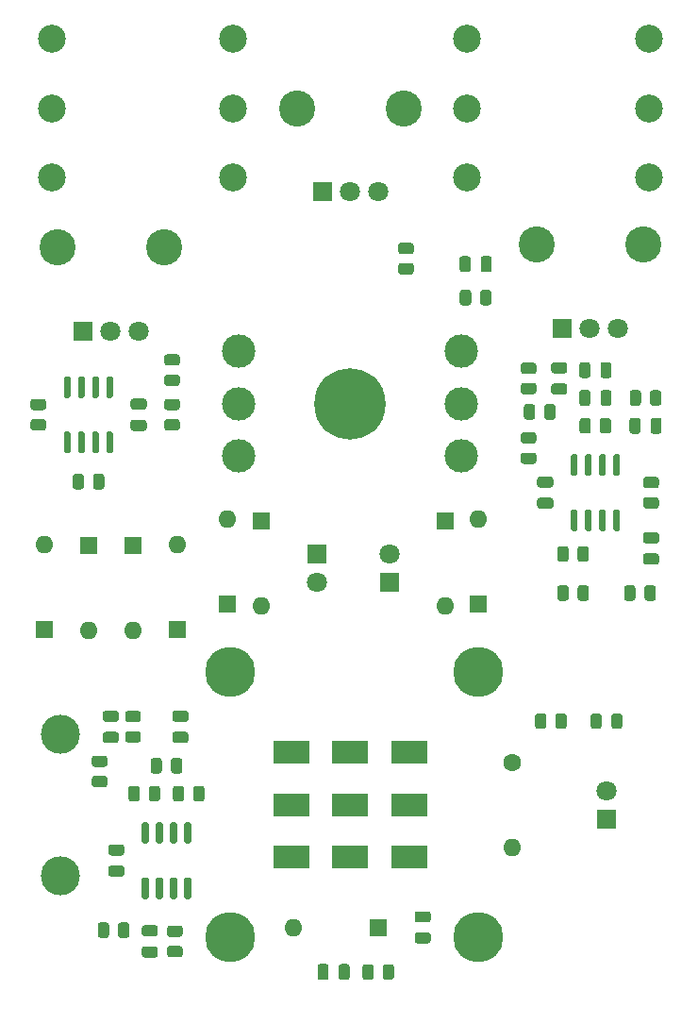
<source format=gbr>
%TF.GenerationSoftware,KiCad,Pcbnew,(5.1.10-1-10_14)*%
%TF.CreationDate,2021-10-01T16:43:39+02:00*%
%TF.ProjectId,Guitarpedal,47756974-6172-4706-9564-616c2e6b6963,rev?*%
%TF.SameCoordinates,Original*%
%TF.FileFunction,Soldermask,Top*%
%TF.FilePolarity,Negative*%
%FSLAX46Y46*%
G04 Gerber Fmt 4.6, Leading zero omitted, Abs format (unit mm)*
G04 Created by KiCad (PCBNEW (5.1.10-1-10_14)) date 2021-10-01 16:43:39*
%MOMM*%
%LPD*%
G01*
G04 APERTURE LIST*
%ADD10C,3.000000*%
%ADD11C,4.500000*%
%ADD12C,3.500000*%
%ADD13R,1.600000X1.600000*%
%ADD14O,1.600000X1.600000*%
%ADD15R,1.800000X1.800000*%
%ADD16C,1.800000*%
%ADD17C,0.800000*%
%ADD18C,6.400000*%
%ADD19C,2.500000*%
%ADD20C,1.600000*%
%ADD21C,3.240000*%
%ADD22R,3.200000X2.000000*%
G04 APERTURE END LIST*
%TO.C,R25*%
G36*
G01*
X35450001Y66400000D02*
X34549999Y66400000D01*
G75*
G02*
X34300000Y66649999I0J249999D01*
G01*
X34300000Y67175001D01*
G75*
G02*
X34549999Y67425000I249999J0D01*
G01*
X35450001Y67425000D01*
G75*
G02*
X35700000Y67175001I0J-249999D01*
G01*
X35700000Y66649999D01*
G75*
G02*
X35450001Y66400000I-249999J0D01*
G01*
G37*
G36*
G01*
X35450001Y64575000D02*
X34549999Y64575000D01*
G75*
G02*
X34300000Y64824999I0J249999D01*
G01*
X34300000Y65350001D01*
G75*
G02*
X34549999Y65600000I249999J0D01*
G01*
X35450001Y65600000D01*
G75*
G02*
X35700000Y65350001I0J-249999D01*
G01*
X35700000Y64824999D01*
G75*
G02*
X35450001Y64575000I-249999J0D01*
G01*
G37*
%TD*%
D10*
%TO.C,SW2*%
X20000000Y57700000D03*
X20000000Y53000000D03*
X20000000Y48300000D03*
%TD*%
%TO.C,SW1*%
X40000000Y57700000D03*
X40000000Y53000000D03*
X40000000Y48300000D03*
%TD*%
D11*
%TO.C,BT1*%
X41470000Y28915000D03*
X41470000Y5085000D03*
X19240000Y28915000D03*
X19240000Y5085000D03*
D12*
X4000000Y10650000D03*
X4000000Y23350000D03*
%TD*%
%TO.C,C1*%
G36*
G01*
X36975000Y4550000D02*
X36025000Y4550000D01*
G75*
G02*
X35775000Y4800000I0J250000D01*
G01*
X35775000Y5300000D01*
G75*
G02*
X36025000Y5550000I250000J0D01*
G01*
X36975000Y5550000D01*
G75*
G02*
X37225000Y5300000I0J-250000D01*
G01*
X37225000Y4800000D01*
G75*
G02*
X36975000Y4550000I-250000J0D01*
G01*
G37*
G36*
G01*
X36975000Y6450000D02*
X36025000Y6450000D01*
G75*
G02*
X35775000Y6700000I0J250000D01*
G01*
X35775000Y7200000D01*
G75*
G02*
X36025000Y7450000I250000J0D01*
G01*
X36975000Y7450000D01*
G75*
G02*
X37225000Y7200000I0J-250000D01*
G01*
X37225000Y6700000D01*
G75*
G02*
X36975000Y6450000I-250000J0D01*
G01*
G37*
%TD*%
%TO.C,C2*%
G36*
G01*
X9475000Y12450000D02*
X8525000Y12450000D01*
G75*
G02*
X8275000Y12700000I0J250000D01*
G01*
X8275000Y13200000D01*
G75*
G02*
X8525000Y13450000I250000J0D01*
G01*
X9475000Y13450000D01*
G75*
G02*
X9725000Y13200000I0J-250000D01*
G01*
X9725000Y12700000D01*
G75*
G02*
X9475000Y12450000I-250000J0D01*
G01*
G37*
G36*
G01*
X9475000Y10550000D02*
X8525000Y10550000D01*
G75*
G02*
X8275000Y10800000I0J250000D01*
G01*
X8275000Y11300000D01*
G75*
G02*
X8525000Y11550000I250000J0D01*
G01*
X9475000Y11550000D01*
G75*
G02*
X9725000Y11300000I0J-250000D01*
G01*
X9725000Y10800000D01*
G75*
G02*
X9475000Y10550000I-250000J0D01*
G01*
G37*
%TD*%
%TO.C,C3*%
G36*
G01*
X10525000Y53450000D02*
X11475000Y53450000D01*
G75*
G02*
X11725000Y53200000I0J-250000D01*
G01*
X11725000Y52700000D01*
G75*
G02*
X11475000Y52450000I-250000J0D01*
G01*
X10525000Y52450000D01*
G75*
G02*
X10275000Y52700000I0J250000D01*
G01*
X10275000Y53200000D01*
G75*
G02*
X10525000Y53450000I250000J0D01*
G01*
G37*
G36*
G01*
X10525000Y51550000D02*
X11475000Y51550000D01*
G75*
G02*
X11725000Y51300000I0J-250000D01*
G01*
X11725000Y50800000D01*
G75*
G02*
X11475000Y50550000I-250000J0D01*
G01*
X10525000Y50550000D01*
G75*
G02*
X10275000Y50800000I0J250000D01*
G01*
X10275000Y51300000D01*
G75*
G02*
X10525000Y51550000I250000J0D01*
G01*
G37*
%TD*%
%TO.C,C4*%
G36*
G01*
X47975000Y45450000D02*
X47025000Y45450000D01*
G75*
G02*
X46775000Y45700000I0J250000D01*
G01*
X46775000Y46200000D01*
G75*
G02*
X47025000Y46450000I250000J0D01*
G01*
X47975000Y46450000D01*
G75*
G02*
X48225000Y46200000I0J-250000D01*
G01*
X48225000Y45700000D01*
G75*
G02*
X47975000Y45450000I-250000J0D01*
G01*
G37*
G36*
G01*
X47975000Y43550000D02*
X47025000Y43550000D01*
G75*
G02*
X46775000Y43800000I0J250000D01*
G01*
X46775000Y44300000D01*
G75*
G02*
X47025000Y44550000I250000J0D01*
G01*
X47975000Y44550000D01*
G75*
G02*
X48225000Y44300000I0J-250000D01*
G01*
X48225000Y43800000D01*
G75*
G02*
X47975000Y43550000I-250000J0D01*
G01*
G37*
%TD*%
%TO.C,C6*%
G36*
G01*
X12475000Y3300000D02*
X11525000Y3300000D01*
G75*
G02*
X11275000Y3550000I0J250000D01*
G01*
X11275000Y4050000D01*
G75*
G02*
X11525000Y4300000I250000J0D01*
G01*
X12475000Y4300000D01*
G75*
G02*
X12725000Y4050000I0J-250000D01*
G01*
X12725000Y3550000D01*
G75*
G02*
X12475000Y3300000I-250000J0D01*
G01*
G37*
G36*
G01*
X12475000Y5200000D02*
X11525000Y5200000D01*
G75*
G02*
X11275000Y5450000I0J250000D01*
G01*
X11275000Y5950000D01*
G75*
G02*
X11525000Y6200000I250000J0D01*
G01*
X12475000Y6200000D01*
G75*
G02*
X12725000Y5950000I0J-250000D01*
G01*
X12725000Y5450000D01*
G75*
G02*
X12475000Y5200000I-250000J0D01*
G01*
G37*
%TD*%
%TO.C,C7*%
G36*
G01*
X27050000Y1525000D02*
X27050000Y2475000D01*
G75*
G02*
X27300000Y2725000I250000J0D01*
G01*
X27800000Y2725000D01*
G75*
G02*
X28050000Y2475000I0J-250000D01*
G01*
X28050000Y1525000D01*
G75*
G02*
X27800000Y1275000I-250000J0D01*
G01*
X27300000Y1275000D01*
G75*
G02*
X27050000Y1525000I0J250000D01*
G01*
G37*
G36*
G01*
X28950000Y1525000D02*
X28950000Y2475000D01*
G75*
G02*
X29200000Y2725000I250000J0D01*
G01*
X29700000Y2725000D01*
G75*
G02*
X29950000Y2475000I0J-250000D01*
G01*
X29950000Y1525000D01*
G75*
G02*
X29700000Y1275000I-250000J0D01*
G01*
X29200000Y1275000D01*
G75*
G02*
X28950000Y1525000I0J250000D01*
G01*
G37*
%TD*%
%TO.C,C8*%
G36*
G01*
X48275000Y54800000D02*
X49225000Y54800000D01*
G75*
G02*
X49475000Y54550000I0J-250000D01*
G01*
X49475000Y54050000D01*
G75*
G02*
X49225000Y53800000I-250000J0D01*
G01*
X48275000Y53800000D01*
G75*
G02*
X48025000Y54050000I0J250000D01*
G01*
X48025000Y54550000D01*
G75*
G02*
X48275000Y54800000I250000J0D01*
G01*
G37*
G36*
G01*
X48275000Y56700000D02*
X49225000Y56700000D01*
G75*
G02*
X49475000Y56450000I0J-250000D01*
G01*
X49475000Y55950000D01*
G75*
G02*
X49225000Y55700000I-250000J0D01*
G01*
X48275000Y55700000D01*
G75*
G02*
X48025000Y55950000I0J250000D01*
G01*
X48025000Y56450000D01*
G75*
G02*
X48275000Y56700000I250000J0D01*
G01*
G37*
%TD*%
%TO.C,C9*%
G36*
G01*
X14275000Y25450000D02*
X15225000Y25450000D01*
G75*
G02*
X15475000Y25200000I0J-250000D01*
G01*
X15475000Y24700000D01*
G75*
G02*
X15225000Y24450000I-250000J0D01*
G01*
X14275000Y24450000D01*
G75*
G02*
X14025000Y24700000I0J250000D01*
G01*
X14025000Y25200000D01*
G75*
G02*
X14275000Y25450000I250000J0D01*
G01*
G37*
G36*
G01*
X14275000Y23550000D02*
X15225000Y23550000D01*
G75*
G02*
X15475000Y23300000I0J-250000D01*
G01*
X15475000Y22800000D01*
G75*
G02*
X15225000Y22550000I-250000J0D01*
G01*
X14275000Y22550000D01*
G75*
G02*
X14025000Y22800000I0J250000D01*
G01*
X14025000Y23300000D01*
G75*
G02*
X14275000Y23550000I250000J0D01*
G01*
G37*
%TD*%
%TO.C,C10*%
G36*
G01*
X8025000Y23550000D02*
X8975000Y23550000D01*
G75*
G02*
X9225000Y23300000I0J-250000D01*
G01*
X9225000Y22800000D01*
G75*
G02*
X8975000Y22550000I-250000J0D01*
G01*
X8025000Y22550000D01*
G75*
G02*
X7775000Y22800000I0J250000D01*
G01*
X7775000Y23300000D01*
G75*
G02*
X8025000Y23550000I250000J0D01*
G01*
G37*
G36*
G01*
X8025000Y25450000D02*
X8975000Y25450000D01*
G75*
G02*
X9225000Y25200000I0J-250000D01*
G01*
X9225000Y24700000D01*
G75*
G02*
X8975000Y24450000I-250000J0D01*
G01*
X8025000Y24450000D01*
G75*
G02*
X7775000Y24700000I0J250000D01*
G01*
X7775000Y25200000D01*
G75*
G02*
X8025000Y25450000I250000J0D01*
G01*
G37*
%TD*%
%TO.C,C11*%
G36*
G01*
X57475000Y38550000D02*
X56525000Y38550000D01*
G75*
G02*
X56275000Y38800000I0J250000D01*
G01*
X56275000Y39300000D01*
G75*
G02*
X56525000Y39550000I250000J0D01*
G01*
X57475000Y39550000D01*
G75*
G02*
X57725000Y39300000I0J-250000D01*
G01*
X57725000Y38800000D01*
G75*
G02*
X57475000Y38550000I-250000J0D01*
G01*
G37*
G36*
G01*
X57475000Y40450000D02*
X56525000Y40450000D01*
G75*
G02*
X56275000Y40700000I0J250000D01*
G01*
X56275000Y41200000D01*
G75*
G02*
X56525000Y41450000I250000J0D01*
G01*
X57475000Y41450000D01*
G75*
G02*
X57725000Y41200000I0J-250000D01*
G01*
X57725000Y40700000D01*
G75*
G02*
X57475000Y40450000I-250000J0D01*
G01*
G37*
%TD*%
%TO.C,C12*%
G36*
G01*
X52450000Y53025000D02*
X52450000Y53975000D01*
G75*
G02*
X52700000Y54225000I250000J0D01*
G01*
X53200000Y54225000D01*
G75*
G02*
X53450000Y53975000I0J-250000D01*
G01*
X53450000Y53025000D01*
G75*
G02*
X53200000Y52775000I-250000J0D01*
G01*
X52700000Y52775000D01*
G75*
G02*
X52450000Y53025000I0J250000D01*
G01*
G37*
G36*
G01*
X50550000Y53025000D02*
X50550000Y53975000D01*
G75*
G02*
X50800000Y54225000I250000J0D01*
G01*
X51300000Y54225000D01*
G75*
G02*
X51550000Y53975000I0J-250000D01*
G01*
X51550000Y53025000D01*
G75*
G02*
X51300000Y52775000I-250000J0D01*
G01*
X50800000Y52775000D01*
G75*
G02*
X50550000Y53025000I0J250000D01*
G01*
G37*
%TD*%
%TO.C,C13*%
G36*
G01*
X51550000Y56475000D02*
X51550000Y55525000D01*
G75*
G02*
X51300000Y55275000I-250000J0D01*
G01*
X50800000Y55275000D01*
G75*
G02*
X50550000Y55525000I0J250000D01*
G01*
X50550000Y56475000D01*
G75*
G02*
X50800000Y56725000I250000J0D01*
G01*
X51300000Y56725000D01*
G75*
G02*
X51550000Y56475000I0J-250000D01*
G01*
G37*
G36*
G01*
X53450000Y56475000D02*
X53450000Y55525000D01*
G75*
G02*
X53200000Y55275000I-250000J0D01*
G01*
X52700000Y55275000D01*
G75*
G02*
X52450000Y55525000I0J250000D01*
G01*
X52450000Y56475000D01*
G75*
G02*
X52700000Y56725000I250000J0D01*
G01*
X53200000Y56725000D01*
G75*
G02*
X53450000Y56475000I0J-250000D01*
G01*
G37*
%TD*%
%TO.C,C14*%
G36*
G01*
X40800000Y65975000D02*
X40800000Y65025000D01*
G75*
G02*
X40550000Y64775000I-250000J0D01*
G01*
X40050000Y64775000D01*
G75*
G02*
X39800000Y65025000I0J250000D01*
G01*
X39800000Y65975000D01*
G75*
G02*
X40050000Y66225000I250000J0D01*
G01*
X40550000Y66225000D01*
G75*
G02*
X40800000Y65975000I0J-250000D01*
G01*
G37*
G36*
G01*
X42700000Y65975000D02*
X42700000Y65025000D01*
G75*
G02*
X42450000Y64775000I-250000J0D01*
G01*
X41950000Y64775000D01*
G75*
G02*
X41700000Y65025000I0J250000D01*
G01*
X41700000Y65975000D01*
G75*
G02*
X41950000Y66225000I250000J0D01*
G01*
X42450000Y66225000D01*
G75*
G02*
X42700000Y65975000I0J-250000D01*
G01*
G37*
%TD*%
%TO.C,C15*%
G36*
G01*
X57950000Y51475000D02*
X57950000Y50525000D01*
G75*
G02*
X57700000Y50275000I-250000J0D01*
G01*
X57200000Y50275000D01*
G75*
G02*
X56950000Y50525000I0J250000D01*
G01*
X56950000Y51475000D01*
G75*
G02*
X57200000Y51725000I250000J0D01*
G01*
X57700000Y51725000D01*
G75*
G02*
X57950000Y51475000I0J-250000D01*
G01*
G37*
G36*
G01*
X56050000Y51475000D02*
X56050000Y50525000D01*
G75*
G02*
X55800000Y50275000I-250000J0D01*
G01*
X55300000Y50275000D01*
G75*
G02*
X55050000Y50525000I0J250000D01*
G01*
X55050000Y51475000D01*
G75*
G02*
X55300000Y51725000I250000J0D01*
G01*
X55800000Y51725000D01*
G75*
G02*
X56050000Y51475000I0J-250000D01*
G01*
G37*
%TD*%
D13*
%TO.C,D1*%
X32500000Y6000000D03*
D14*
X24880000Y6000000D03*
%TD*%
%TO.C,D2*%
G36*
G01*
X54425000Y24956250D02*
X54425000Y24043750D01*
G75*
G02*
X54181250Y23800000I-243750J0D01*
G01*
X53693750Y23800000D01*
G75*
G02*
X53450000Y24043750I0J243750D01*
G01*
X53450000Y24956250D01*
G75*
G02*
X53693750Y25200000I243750J0D01*
G01*
X54181250Y25200000D01*
G75*
G02*
X54425000Y24956250I0J-243750D01*
G01*
G37*
G36*
G01*
X52550000Y24956250D02*
X52550000Y24043750D01*
G75*
G02*
X52306250Y23800000I-243750J0D01*
G01*
X51818750Y23800000D01*
G75*
G02*
X51575000Y24043750I0J243750D01*
G01*
X51575000Y24956250D01*
G75*
G02*
X51818750Y25200000I243750J0D01*
G01*
X52306250Y25200000D01*
G75*
G02*
X52550000Y24956250I0J-243750D01*
G01*
G37*
%TD*%
D13*
%TO.C,D3*%
X22000000Y42500000D03*
D14*
X22000000Y34880000D03*
%TD*%
%TO.C,D4*%
X19000000Y42620000D03*
D13*
X19000000Y35000000D03*
%TD*%
%TO.C,D5*%
X38500000Y42500000D03*
D14*
X38500000Y34880000D03*
%TD*%
%TO.C,D6*%
X41500000Y42620000D03*
D13*
X41500000Y35000000D03*
%TD*%
D15*
%TO.C,D7*%
X27000000Y39500000D03*
D16*
X27000000Y36960000D03*
%TD*%
%TO.C,D8*%
X33500000Y39540000D03*
D15*
X33500000Y37000000D03*
%TD*%
D14*
%TO.C,D9*%
X2500000Y40370000D03*
D13*
X2500000Y32750000D03*
%TD*%
%TO.C,D10*%
X6500000Y40250000D03*
D14*
X6500000Y32630000D03*
%TD*%
%TO.C,D11*%
X10500000Y32630000D03*
D13*
X10500000Y40250000D03*
%TD*%
%TO.C,D12*%
X14500000Y32750000D03*
D14*
X14500000Y40370000D03*
%TD*%
D17*
%TO.C,H1*%
X31697056Y54697056D03*
X30000000Y55400000D03*
X28302944Y54697056D03*
X27600000Y53000000D03*
X28302944Y51302944D03*
X30000000Y50600000D03*
X31697056Y51302944D03*
X32400000Y53000000D03*
D18*
X30000000Y53000000D03*
%TD*%
D19*
%TO.C,J1*%
X19500000Y79500000D03*
X3200000Y79500000D03*
X3200000Y85750000D03*
X3200000Y73250000D03*
X19500000Y73250000D03*
X19500000Y85750000D03*
%TD*%
%TO.C,J2*%
X56800000Y85750000D03*
X56800000Y73250000D03*
X40500000Y73250000D03*
X40500000Y85750000D03*
X40500000Y79500000D03*
X56800000Y79500000D03*
%TD*%
%TO.C,R1*%
G36*
G01*
X48400000Y24049998D02*
X48400000Y24950002D01*
G75*
G02*
X48649998Y25200000I249998J0D01*
G01*
X49175002Y25200000D01*
G75*
G02*
X49425000Y24950002I0J-249998D01*
G01*
X49425000Y24049998D01*
G75*
G02*
X49175002Y23800000I-249998J0D01*
G01*
X48649998Y23800000D01*
G75*
G02*
X48400000Y24049998I0J249998D01*
G01*
G37*
G36*
G01*
X46575000Y24049998D02*
X46575000Y24950002D01*
G75*
G02*
X46824998Y25200000I249998J0D01*
G01*
X47350002Y25200000D01*
G75*
G02*
X47600000Y24950002I0J-249998D01*
G01*
X47600000Y24049998D01*
G75*
G02*
X47350002Y23800000I-249998J0D01*
G01*
X46824998Y23800000D01*
G75*
G02*
X46575000Y24049998I0J249998D01*
G01*
G37*
%TD*%
%TO.C,R2*%
G36*
G01*
X9150000Y5299998D02*
X9150000Y6200002D01*
G75*
G02*
X9399998Y6450000I249998J0D01*
G01*
X9925002Y6450000D01*
G75*
G02*
X10175000Y6200002I0J-249998D01*
G01*
X10175000Y5299998D01*
G75*
G02*
X9925002Y5050000I-249998J0D01*
G01*
X9399998Y5050000D01*
G75*
G02*
X9150000Y5299998I0J249998D01*
G01*
G37*
G36*
G01*
X7325000Y5299998D02*
X7325000Y6200002D01*
G75*
G02*
X7574998Y6450000I249998J0D01*
G01*
X8100002Y6450000D01*
G75*
G02*
X8350000Y6200002I0J-249998D01*
G01*
X8350000Y5299998D01*
G75*
G02*
X8100002Y5050000I-249998J0D01*
G01*
X7574998Y5050000D01*
G75*
G02*
X7325000Y5299998I0J249998D01*
G01*
G37*
%TD*%
%TO.C,R3*%
G36*
G01*
X13799998Y6175000D02*
X14700002Y6175000D01*
G75*
G02*
X14950000Y5925002I0J-249998D01*
G01*
X14950000Y5399998D01*
G75*
G02*
X14700002Y5150000I-249998J0D01*
G01*
X13799998Y5150000D01*
G75*
G02*
X13550000Y5399998I0J249998D01*
G01*
X13550000Y5925002D01*
G75*
G02*
X13799998Y6175000I249998J0D01*
G01*
G37*
G36*
G01*
X13799998Y4350000D02*
X14700002Y4350000D01*
G75*
G02*
X14950000Y4100002I0J-249998D01*
G01*
X14950000Y3574998D01*
G75*
G02*
X14700002Y3325000I-249998J0D01*
G01*
X13799998Y3325000D01*
G75*
G02*
X13550000Y3574998I0J249998D01*
G01*
X13550000Y4100002D01*
G75*
G02*
X13799998Y4350000I249998J0D01*
G01*
G37*
%TD*%
%TO.C,R4*%
G36*
G01*
X11100000Y18450002D02*
X11100000Y17549998D01*
G75*
G02*
X10850002Y17300000I-249998J0D01*
G01*
X10324998Y17300000D01*
G75*
G02*
X10075000Y17549998I0J249998D01*
G01*
X10075000Y18450002D01*
G75*
G02*
X10324998Y18700000I249998J0D01*
G01*
X10850002Y18700000D01*
G75*
G02*
X11100000Y18450002I0J-249998D01*
G01*
G37*
G36*
G01*
X12925000Y18450002D02*
X12925000Y17549998D01*
G75*
G02*
X12675002Y17300000I-249998J0D01*
G01*
X12149998Y17300000D01*
G75*
G02*
X11900000Y17549998I0J249998D01*
G01*
X11900000Y18450002D01*
G75*
G02*
X12149998Y18700000I249998J0D01*
G01*
X12675002Y18700000D01*
G75*
G02*
X12925000Y18450002I0J-249998D01*
G01*
G37*
%TD*%
%TO.C,R5*%
G36*
G01*
X46450002Y55650000D02*
X45549998Y55650000D01*
G75*
G02*
X45300000Y55899998I0J249998D01*
G01*
X45300000Y56425002D01*
G75*
G02*
X45549998Y56675000I249998J0D01*
G01*
X46450002Y56675000D01*
G75*
G02*
X46700000Y56425002I0J-249998D01*
G01*
X46700000Y55899998D01*
G75*
G02*
X46450002Y55650000I-249998J0D01*
G01*
G37*
G36*
G01*
X46450002Y53825000D02*
X45549998Y53825000D01*
G75*
G02*
X45300000Y54074998I0J249998D01*
G01*
X45300000Y54600002D01*
G75*
G02*
X45549998Y54850000I249998J0D01*
G01*
X46450002Y54850000D01*
G75*
G02*
X46700000Y54600002I0J-249998D01*
G01*
X46700000Y54074998D01*
G75*
G02*
X46450002Y53825000I-249998J0D01*
G01*
G37*
%TD*%
%TO.C,R6*%
G36*
G01*
X45575000Y51799998D02*
X45575000Y52700002D01*
G75*
G02*
X45824998Y52950000I249998J0D01*
G01*
X46350002Y52950000D01*
G75*
G02*
X46600000Y52700002I0J-249998D01*
G01*
X46600000Y51799998D01*
G75*
G02*
X46350002Y51550000I-249998J0D01*
G01*
X45824998Y51550000D01*
G75*
G02*
X45575000Y51799998I0J249998D01*
G01*
G37*
G36*
G01*
X47400000Y51799998D02*
X47400000Y52700002D01*
G75*
G02*
X47649998Y52950000I249998J0D01*
G01*
X48175002Y52950000D01*
G75*
G02*
X48425000Y52700002I0J-249998D01*
G01*
X48425000Y51799998D01*
G75*
G02*
X48175002Y51550000I-249998J0D01*
G01*
X47649998Y51550000D01*
G75*
G02*
X47400000Y51799998I0J249998D01*
G01*
G37*
%TD*%
%TO.C,R7*%
G36*
G01*
X12075000Y20049998D02*
X12075000Y20950002D01*
G75*
G02*
X12324998Y21200000I249998J0D01*
G01*
X12850002Y21200000D01*
G75*
G02*
X13100000Y20950002I0J-249998D01*
G01*
X13100000Y20049998D01*
G75*
G02*
X12850002Y19800000I-249998J0D01*
G01*
X12324998Y19800000D01*
G75*
G02*
X12075000Y20049998I0J249998D01*
G01*
G37*
G36*
G01*
X13900000Y20049998D02*
X13900000Y20950002D01*
G75*
G02*
X14149998Y21200000I249998J0D01*
G01*
X14675002Y21200000D01*
G75*
G02*
X14925000Y20950002I0J-249998D01*
G01*
X14925000Y20049998D01*
G75*
G02*
X14675002Y19800000I-249998J0D01*
G01*
X14149998Y19800000D01*
G75*
G02*
X13900000Y20049998I0J249998D01*
G01*
G37*
%TD*%
%TO.C,R8*%
G36*
G01*
X16925000Y18450002D02*
X16925000Y17549998D01*
G75*
G02*
X16675002Y17300000I-249998J0D01*
G01*
X16149998Y17300000D01*
G75*
G02*
X15900000Y17549998I0J249998D01*
G01*
X15900000Y18450002D01*
G75*
G02*
X16149998Y18700000I249998J0D01*
G01*
X16675002Y18700000D01*
G75*
G02*
X16925000Y18450002I0J-249998D01*
G01*
G37*
G36*
G01*
X15100000Y18450002D02*
X15100000Y17549998D01*
G75*
G02*
X14850002Y17300000I-249998J0D01*
G01*
X14324998Y17300000D01*
G75*
G02*
X14075000Y17549998I0J249998D01*
G01*
X14075000Y18450002D01*
G75*
G02*
X14324998Y18700000I249998J0D01*
G01*
X14850002Y18700000D01*
G75*
G02*
X15100000Y18450002I0J-249998D01*
G01*
G37*
%TD*%
%TO.C,R9*%
G36*
G01*
X7950002Y20400000D02*
X7049998Y20400000D01*
G75*
G02*
X6800000Y20649998I0J249998D01*
G01*
X6800000Y21175002D01*
G75*
G02*
X7049998Y21425000I249998J0D01*
G01*
X7950002Y21425000D01*
G75*
G02*
X8200000Y21175002I0J-249998D01*
G01*
X8200000Y20649998D01*
G75*
G02*
X7950002Y20400000I-249998J0D01*
G01*
G37*
G36*
G01*
X7950002Y18575000D02*
X7049998Y18575000D01*
G75*
G02*
X6800000Y18824998I0J249998D01*
G01*
X6800000Y19350002D01*
G75*
G02*
X7049998Y19600000I249998J0D01*
G01*
X7950002Y19600000D01*
G75*
G02*
X8200000Y19350002I0J-249998D01*
G01*
X8200000Y18824998D01*
G75*
G02*
X7950002Y18575000I-249998J0D01*
G01*
G37*
%TD*%
%TO.C,R10*%
G36*
G01*
X45549998Y50425000D02*
X46450002Y50425000D01*
G75*
G02*
X46700000Y50175002I0J-249998D01*
G01*
X46700000Y49649998D01*
G75*
G02*
X46450002Y49400000I-249998J0D01*
G01*
X45549998Y49400000D01*
G75*
G02*
X45300000Y49649998I0J249998D01*
G01*
X45300000Y50175002D01*
G75*
G02*
X45549998Y50425000I249998J0D01*
G01*
G37*
G36*
G01*
X45549998Y48600000D02*
X46450002Y48600000D01*
G75*
G02*
X46700000Y48350002I0J-249998D01*
G01*
X46700000Y47824998D01*
G75*
G02*
X46450002Y47575000I-249998J0D01*
G01*
X45549998Y47575000D01*
G75*
G02*
X45300000Y47824998I0J249998D01*
G01*
X45300000Y48350002D01*
G75*
G02*
X45549998Y48600000I249998J0D01*
G01*
G37*
%TD*%
%TO.C,R11*%
G36*
G01*
X31075000Y1549998D02*
X31075000Y2450002D01*
G75*
G02*
X31324998Y2700000I249998J0D01*
G01*
X31850002Y2700000D01*
G75*
G02*
X32100000Y2450002I0J-249998D01*
G01*
X32100000Y1549998D01*
G75*
G02*
X31850002Y1300000I-249998J0D01*
G01*
X31324998Y1300000D01*
G75*
G02*
X31075000Y1549998I0J249998D01*
G01*
G37*
G36*
G01*
X32900000Y1549998D02*
X32900000Y2450002D01*
G75*
G02*
X33149998Y2700000I249998J0D01*
G01*
X33675002Y2700000D01*
G75*
G02*
X33925000Y2450002I0J-249998D01*
G01*
X33925000Y1549998D01*
G75*
G02*
X33675002Y1300000I-249998J0D01*
G01*
X33149998Y1300000D01*
G75*
G02*
X32900000Y1549998I0J249998D01*
G01*
G37*
%TD*%
%TO.C,R12*%
G36*
G01*
X10950002Y24400000D02*
X10049998Y24400000D01*
G75*
G02*
X9800000Y24649998I0J249998D01*
G01*
X9800000Y25175002D01*
G75*
G02*
X10049998Y25425000I249998J0D01*
G01*
X10950002Y25425000D01*
G75*
G02*
X11200000Y25175002I0J-249998D01*
G01*
X11200000Y24649998D01*
G75*
G02*
X10950002Y24400000I-249998J0D01*
G01*
G37*
G36*
G01*
X10950002Y22575000D02*
X10049998Y22575000D01*
G75*
G02*
X9800000Y22824998I0J249998D01*
G01*
X9800000Y23350002D01*
G75*
G02*
X10049998Y23600000I249998J0D01*
G01*
X10950002Y23600000D01*
G75*
G02*
X11200000Y23350002I0J-249998D01*
G01*
X11200000Y22824998D01*
G75*
G02*
X10950002Y22575000I-249998J0D01*
G01*
G37*
%TD*%
%TO.C,R13*%
G36*
G01*
X49600000Y39950002D02*
X49600000Y39049998D01*
G75*
G02*
X49350002Y38800000I-249998J0D01*
G01*
X48824998Y38800000D01*
G75*
G02*
X48575000Y39049998I0J249998D01*
G01*
X48575000Y39950002D01*
G75*
G02*
X48824998Y40200000I249998J0D01*
G01*
X49350002Y40200000D01*
G75*
G02*
X49600000Y39950002I0J-249998D01*
G01*
G37*
G36*
G01*
X51425000Y39950002D02*
X51425000Y39049998D01*
G75*
G02*
X51175002Y38800000I-249998J0D01*
G01*
X50649998Y38800000D01*
G75*
G02*
X50400000Y39049998I0J249998D01*
G01*
X50400000Y39950002D01*
G75*
G02*
X50649998Y40200000I249998J0D01*
G01*
X51175002Y40200000D01*
G75*
G02*
X51425000Y39950002I0J-249998D01*
G01*
G37*
%TD*%
%TO.C,R14*%
G36*
G01*
X48575000Y35549998D02*
X48575000Y36450002D01*
G75*
G02*
X48824998Y36700000I249998J0D01*
G01*
X49350002Y36700000D01*
G75*
G02*
X49600000Y36450002I0J-249998D01*
G01*
X49600000Y35549998D01*
G75*
G02*
X49350002Y35300000I-249998J0D01*
G01*
X48824998Y35300000D01*
G75*
G02*
X48575000Y35549998I0J249998D01*
G01*
G37*
G36*
G01*
X50400000Y35549998D02*
X50400000Y36450002D01*
G75*
G02*
X50649998Y36700000I249998J0D01*
G01*
X51175002Y36700000D01*
G75*
G02*
X51425000Y36450002I0J-249998D01*
G01*
X51425000Y35549998D01*
G75*
G02*
X51175002Y35300000I-249998J0D01*
G01*
X50649998Y35300000D01*
G75*
G02*
X50400000Y35549998I0J249998D01*
G01*
G37*
%TD*%
%TO.C,R15*%
G36*
G01*
X13549998Y55600000D02*
X14450002Y55600000D01*
G75*
G02*
X14700000Y55350002I0J-249998D01*
G01*
X14700000Y54824998D01*
G75*
G02*
X14450002Y54575000I-249998J0D01*
G01*
X13549998Y54575000D01*
G75*
G02*
X13300000Y54824998I0J249998D01*
G01*
X13300000Y55350002D01*
G75*
G02*
X13549998Y55600000I249998J0D01*
G01*
G37*
G36*
G01*
X13549998Y57425000D02*
X14450002Y57425000D01*
G75*
G02*
X14700000Y57175002I0J-249998D01*
G01*
X14700000Y56649998D01*
G75*
G02*
X14450002Y56400000I-249998J0D01*
G01*
X13549998Y56400000D01*
G75*
G02*
X13300000Y56649998I0J249998D01*
G01*
X13300000Y57175002D01*
G75*
G02*
X13549998Y57425000I249998J0D01*
G01*
G37*
%TD*%
%TO.C,R16*%
G36*
G01*
X2450002Y52400000D02*
X1549998Y52400000D01*
G75*
G02*
X1300000Y52649998I0J249998D01*
G01*
X1300000Y53175002D01*
G75*
G02*
X1549998Y53425000I249998J0D01*
G01*
X2450002Y53425000D01*
G75*
G02*
X2700000Y53175002I0J-249998D01*
G01*
X2700000Y52649998D01*
G75*
G02*
X2450002Y52400000I-249998J0D01*
G01*
G37*
G36*
G01*
X2450002Y50575000D02*
X1549998Y50575000D01*
G75*
G02*
X1300000Y50824998I0J249998D01*
G01*
X1300000Y51350002D01*
G75*
G02*
X1549998Y51600000I249998J0D01*
G01*
X2450002Y51600000D01*
G75*
G02*
X2700000Y51350002I0J-249998D01*
G01*
X2700000Y50824998D01*
G75*
G02*
X2450002Y50575000I-249998J0D01*
G01*
G37*
%TD*%
%TO.C,R17*%
G36*
G01*
X56549998Y46425000D02*
X57450002Y46425000D01*
G75*
G02*
X57700000Y46175002I0J-249998D01*
G01*
X57700000Y45649998D01*
G75*
G02*
X57450002Y45400000I-249998J0D01*
G01*
X56549998Y45400000D01*
G75*
G02*
X56300000Y45649998I0J249998D01*
G01*
X56300000Y46175002D01*
G75*
G02*
X56549998Y46425000I249998J0D01*
G01*
G37*
G36*
G01*
X56549998Y44600000D02*
X57450002Y44600000D01*
G75*
G02*
X57700000Y44350002I0J-249998D01*
G01*
X57700000Y43824998D01*
G75*
G02*
X57450002Y43575000I-249998J0D01*
G01*
X56549998Y43575000D01*
G75*
G02*
X56300000Y43824998I0J249998D01*
G01*
X56300000Y44350002D01*
G75*
G02*
X56549998Y44600000I249998J0D01*
G01*
G37*
%TD*%
%TO.C,R18*%
G36*
G01*
X57425000Y36450002D02*
X57425000Y35549998D01*
G75*
G02*
X57175002Y35300000I-249998J0D01*
G01*
X56649998Y35300000D01*
G75*
G02*
X56400000Y35549998I0J249998D01*
G01*
X56400000Y36450002D01*
G75*
G02*
X56649998Y36700000I249998J0D01*
G01*
X57175002Y36700000D01*
G75*
G02*
X57425000Y36450002I0J-249998D01*
G01*
G37*
G36*
G01*
X55600000Y36450002D02*
X55600000Y35549998D01*
G75*
G02*
X55350002Y35300000I-249998J0D01*
G01*
X54824998Y35300000D01*
G75*
G02*
X54575000Y35549998I0J249998D01*
G01*
X54575000Y36450002D01*
G75*
G02*
X54824998Y36700000I249998J0D01*
G01*
X55350002Y36700000D01*
G75*
G02*
X55600000Y36450002I0J-249998D01*
G01*
G37*
%TD*%
%TO.C,R19*%
G36*
G01*
X53425000Y51450002D02*
X53425000Y50549998D01*
G75*
G02*
X53175002Y50300000I-249998J0D01*
G01*
X52649998Y50300000D01*
G75*
G02*
X52400000Y50549998I0J249998D01*
G01*
X52400000Y51450002D01*
G75*
G02*
X52649998Y51700000I249998J0D01*
G01*
X53175002Y51700000D01*
G75*
G02*
X53425000Y51450002I0J-249998D01*
G01*
G37*
G36*
G01*
X51600000Y51450002D02*
X51600000Y50549998D01*
G75*
G02*
X51350002Y50300000I-249998J0D01*
G01*
X50824998Y50300000D01*
G75*
G02*
X50575000Y50549998I0J249998D01*
G01*
X50575000Y51450002D01*
G75*
G02*
X50824998Y51700000I249998J0D01*
G01*
X51350002Y51700000D01*
G75*
G02*
X51600000Y51450002I0J-249998D01*
G01*
G37*
%TD*%
%TO.C,R20*%
G36*
G01*
X5075000Y45549998D02*
X5075000Y46450002D01*
G75*
G02*
X5324998Y46700000I249998J0D01*
G01*
X5850002Y46700000D01*
G75*
G02*
X6100000Y46450002I0J-249998D01*
G01*
X6100000Y45549998D01*
G75*
G02*
X5850002Y45300000I-249998J0D01*
G01*
X5324998Y45300000D01*
G75*
G02*
X5075000Y45549998I0J249998D01*
G01*
G37*
G36*
G01*
X6900000Y45549998D02*
X6900000Y46450002D01*
G75*
G02*
X7149998Y46700000I249998J0D01*
G01*
X7675002Y46700000D01*
G75*
G02*
X7925000Y46450002I0J-249998D01*
G01*
X7925000Y45549998D01*
G75*
G02*
X7675002Y45300000I-249998J0D01*
G01*
X7149998Y45300000D01*
G75*
G02*
X6900000Y45549998I0J249998D01*
G01*
G37*
%TD*%
%TO.C,R21*%
G36*
G01*
X41650000Y62049998D02*
X41650000Y62950002D01*
G75*
G02*
X41899998Y63200000I249998J0D01*
G01*
X42425002Y63200000D01*
G75*
G02*
X42675000Y62950002I0J-249998D01*
G01*
X42675000Y62049998D01*
G75*
G02*
X42425002Y61800000I-249998J0D01*
G01*
X41899998Y61800000D01*
G75*
G02*
X41650000Y62049998I0J249998D01*
G01*
G37*
G36*
G01*
X39825000Y62049998D02*
X39825000Y62950002D01*
G75*
G02*
X40074998Y63200000I249998J0D01*
G01*
X40600002Y63200000D01*
G75*
G02*
X40850000Y62950002I0J-249998D01*
G01*
X40850000Y62049998D01*
G75*
G02*
X40600002Y61800000I-249998J0D01*
G01*
X40074998Y61800000D01*
G75*
G02*
X39825000Y62049998I0J249998D01*
G01*
G37*
%TD*%
%TO.C,R22*%
G36*
G01*
X57925000Y53950002D02*
X57925000Y53049998D01*
G75*
G02*
X57675002Y52800000I-249998J0D01*
G01*
X57149998Y52800000D01*
G75*
G02*
X56900000Y53049998I0J249998D01*
G01*
X56900000Y53950002D01*
G75*
G02*
X57149998Y54200000I249998J0D01*
G01*
X57675002Y54200000D01*
G75*
G02*
X57925000Y53950002I0J-249998D01*
G01*
G37*
G36*
G01*
X56100000Y53950002D02*
X56100000Y53049998D01*
G75*
G02*
X55850002Y52800000I-249998J0D01*
G01*
X55324998Y52800000D01*
G75*
G02*
X55075000Y53049998I0J249998D01*
G01*
X55075000Y53950002D01*
G75*
G02*
X55324998Y54200000I249998J0D01*
G01*
X55850002Y54200000D01*
G75*
G02*
X56100000Y53950002I0J-249998D01*
G01*
G37*
%TD*%
%TO.C,R23*%
G36*
G01*
X13549998Y51600000D02*
X14450002Y51600000D01*
G75*
G02*
X14700000Y51350002I0J-249998D01*
G01*
X14700000Y50824998D01*
G75*
G02*
X14450002Y50575000I-249998J0D01*
G01*
X13549998Y50575000D01*
G75*
G02*
X13300000Y50824998I0J249998D01*
G01*
X13300000Y51350002D01*
G75*
G02*
X13549998Y51600000I249998J0D01*
G01*
G37*
G36*
G01*
X13549998Y53425000D02*
X14450002Y53425000D01*
G75*
G02*
X14700000Y53175002I0J-249998D01*
G01*
X14700000Y52649998D01*
G75*
G02*
X14450002Y52400000I-249998J0D01*
G01*
X13549998Y52400000D01*
G75*
G02*
X13300000Y52649998I0J249998D01*
G01*
X13300000Y53175002D01*
G75*
G02*
X13549998Y53425000I249998J0D01*
G01*
G37*
%TD*%
D20*
%TO.C,R24*%
X44500000Y20750000D03*
D14*
X44500000Y13130000D03*
%TD*%
D15*
%TO.C,RV1*%
X6000000Y59500000D03*
D16*
X8500000Y59500000D03*
X11000000Y59500000D03*
D21*
X13300000Y67000000D03*
X3700000Y67000000D03*
%TD*%
D15*
%TO.C,RV2*%
X27500000Y72000000D03*
D16*
X30000000Y72000000D03*
X32500000Y72000000D03*
D21*
X34800000Y79500000D03*
X25200000Y79500000D03*
%TD*%
%TO.C,RV3*%
X46700000Y67250000D03*
X56300000Y67250000D03*
D16*
X54000000Y59750000D03*
X51500000Y59750000D03*
D15*
X49000000Y59750000D03*
%TD*%
%TO.C,U1*%
G36*
G01*
X11745000Y13500000D02*
X11445000Y13500000D01*
G75*
G02*
X11295000Y13650000I0J150000D01*
G01*
X11295000Y15300000D01*
G75*
G02*
X11445000Y15450000I150000J0D01*
G01*
X11745000Y15450000D01*
G75*
G02*
X11895000Y15300000I0J-150000D01*
G01*
X11895000Y13650000D01*
G75*
G02*
X11745000Y13500000I-150000J0D01*
G01*
G37*
G36*
G01*
X13015000Y13500000D02*
X12715000Y13500000D01*
G75*
G02*
X12565000Y13650000I0J150000D01*
G01*
X12565000Y15300000D01*
G75*
G02*
X12715000Y15450000I150000J0D01*
G01*
X13015000Y15450000D01*
G75*
G02*
X13165000Y15300000I0J-150000D01*
G01*
X13165000Y13650000D01*
G75*
G02*
X13015000Y13500000I-150000J0D01*
G01*
G37*
G36*
G01*
X14285000Y13500000D02*
X13985000Y13500000D01*
G75*
G02*
X13835000Y13650000I0J150000D01*
G01*
X13835000Y15300000D01*
G75*
G02*
X13985000Y15450000I150000J0D01*
G01*
X14285000Y15450000D01*
G75*
G02*
X14435000Y15300000I0J-150000D01*
G01*
X14435000Y13650000D01*
G75*
G02*
X14285000Y13500000I-150000J0D01*
G01*
G37*
G36*
G01*
X15555000Y13500000D02*
X15255000Y13500000D01*
G75*
G02*
X15105000Y13650000I0J150000D01*
G01*
X15105000Y15300000D01*
G75*
G02*
X15255000Y15450000I150000J0D01*
G01*
X15555000Y15450000D01*
G75*
G02*
X15705000Y15300000I0J-150000D01*
G01*
X15705000Y13650000D01*
G75*
G02*
X15555000Y13500000I-150000J0D01*
G01*
G37*
G36*
G01*
X15555000Y8550000D02*
X15255000Y8550000D01*
G75*
G02*
X15105000Y8700000I0J150000D01*
G01*
X15105000Y10350000D01*
G75*
G02*
X15255000Y10500000I150000J0D01*
G01*
X15555000Y10500000D01*
G75*
G02*
X15705000Y10350000I0J-150000D01*
G01*
X15705000Y8700000D01*
G75*
G02*
X15555000Y8550000I-150000J0D01*
G01*
G37*
G36*
G01*
X14285000Y8550000D02*
X13985000Y8550000D01*
G75*
G02*
X13835000Y8700000I0J150000D01*
G01*
X13835000Y10350000D01*
G75*
G02*
X13985000Y10500000I150000J0D01*
G01*
X14285000Y10500000D01*
G75*
G02*
X14435000Y10350000I0J-150000D01*
G01*
X14435000Y8700000D01*
G75*
G02*
X14285000Y8550000I-150000J0D01*
G01*
G37*
G36*
G01*
X13015000Y8550000D02*
X12715000Y8550000D01*
G75*
G02*
X12565000Y8700000I0J150000D01*
G01*
X12565000Y10350000D01*
G75*
G02*
X12715000Y10500000I150000J0D01*
G01*
X13015000Y10500000D01*
G75*
G02*
X13165000Y10350000I0J-150000D01*
G01*
X13165000Y8700000D01*
G75*
G02*
X13015000Y8550000I-150000J0D01*
G01*
G37*
G36*
G01*
X11745000Y8550000D02*
X11445000Y8550000D01*
G75*
G02*
X11295000Y8700000I0J150000D01*
G01*
X11295000Y10350000D01*
G75*
G02*
X11445000Y10500000I150000J0D01*
G01*
X11745000Y10500000D01*
G75*
G02*
X11895000Y10350000I0J-150000D01*
G01*
X11895000Y8700000D01*
G75*
G02*
X11745000Y8550000I-150000J0D01*
G01*
G37*
%TD*%
%TO.C,U2*%
G36*
G01*
X8255000Y55450000D02*
X8555000Y55450000D01*
G75*
G02*
X8705000Y55300000I0J-150000D01*
G01*
X8705000Y53650000D01*
G75*
G02*
X8555000Y53500000I-150000J0D01*
G01*
X8255000Y53500000D01*
G75*
G02*
X8105000Y53650000I0J150000D01*
G01*
X8105000Y55300000D01*
G75*
G02*
X8255000Y55450000I150000J0D01*
G01*
G37*
G36*
G01*
X6985000Y55450000D02*
X7285000Y55450000D01*
G75*
G02*
X7435000Y55300000I0J-150000D01*
G01*
X7435000Y53650000D01*
G75*
G02*
X7285000Y53500000I-150000J0D01*
G01*
X6985000Y53500000D01*
G75*
G02*
X6835000Y53650000I0J150000D01*
G01*
X6835000Y55300000D01*
G75*
G02*
X6985000Y55450000I150000J0D01*
G01*
G37*
G36*
G01*
X5715000Y55450000D02*
X6015000Y55450000D01*
G75*
G02*
X6165000Y55300000I0J-150000D01*
G01*
X6165000Y53650000D01*
G75*
G02*
X6015000Y53500000I-150000J0D01*
G01*
X5715000Y53500000D01*
G75*
G02*
X5565000Y53650000I0J150000D01*
G01*
X5565000Y55300000D01*
G75*
G02*
X5715000Y55450000I150000J0D01*
G01*
G37*
G36*
G01*
X4445000Y55450000D02*
X4745000Y55450000D01*
G75*
G02*
X4895000Y55300000I0J-150000D01*
G01*
X4895000Y53650000D01*
G75*
G02*
X4745000Y53500000I-150000J0D01*
G01*
X4445000Y53500000D01*
G75*
G02*
X4295000Y53650000I0J150000D01*
G01*
X4295000Y55300000D01*
G75*
G02*
X4445000Y55450000I150000J0D01*
G01*
G37*
G36*
G01*
X4445000Y50500000D02*
X4745000Y50500000D01*
G75*
G02*
X4895000Y50350000I0J-150000D01*
G01*
X4895000Y48700000D01*
G75*
G02*
X4745000Y48550000I-150000J0D01*
G01*
X4445000Y48550000D01*
G75*
G02*
X4295000Y48700000I0J150000D01*
G01*
X4295000Y50350000D01*
G75*
G02*
X4445000Y50500000I150000J0D01*
G01*
G37*
G36*
G01*
X5715000Y50500000D02*
X6015000Y50500000D01*
G75*
G02*
X6165000Y50350000I0J-150000D01*
G01*
X6165000Y48700000D01*
G75*
G02*
X6015000Y48550000I-150000J0D01*
G01*
X5715000Y48550000D01*
G75*
G02*
X5565000Y48700000I0J150000D01*
G01*
X5565000Y50350000D01*
G75*
G02*
X5715000Y50500000I150000J0D01*
G01*
G37*
G36*
G01*
X6985000Y50500000D02*
X7285000Y50500000D01*
G75*
G02*
X7435000Y50350000I0J-150000D01*
G01*
X7435000Y48700000D01*
G75*
G02*
X7285000Y48550000I-150000J0D01*
G01*
X6985000Y48550000D01*
G75*
G02*
X6835000Y48700000I0J150000D01*
G01*
X6835000Y50350000D01*
G75*
G02*
X6985000Y50500000I150000J0D01*
G01*
G37*
G36*
G01*
X8255000Y50500000D02*
X8555000Y50500000D01*
G75*
G02*
X8705000Y50350000I0J-150000D01*
G01*
X8705000Y48700000D01*
G75*
G02*
X8555000Y48550000I-150000J0D01*
G01*
X8255000Y48550000D01*
G75*
G02*
X8105000Y48700000I0J150000D01*
G01*
X8105000Y50350000D01*
G75*
G02*
X8255000Y50500000I150000J0D01*
G01*
G37*
%TD*%
%TO.C,U3*%
G36*
G01*
X50245000Y41550000D02*
X49945000Y41550000D01*
G75*
G02*
X49795000Y41700000I0J150000D01*
G01*
X49795000Y43350000D01*
G75*
G02*
X49945000Y43500000I150000J0D01*
G01*
X50245000Y43500000D01*
G75*
G02*
X50395000Y43350000I0J-150000D01*
G01*
X50395000Y41700000D01*
G75*
G02*
X50245000Y41550000I-150000J0D01*
G01*
G37*
G36*
G01*
X51515000Y41550000D02*
X51215000Y41550000D01*
G75*
G02*
X51065000Y41700000I0J150000D01*
G01*
X51065000Y43350000D01*
G75*
G02*
X51215000Y43500000I150000J0D01*
G01*
X51515000Y43500000D01*
G75*
G02*
X51665000Y43350000I0J-150000D01*
G01*
X51665000Y41700000D01*
G75*
G02*
X51515000Y41550000I-150000J0D01*
G01*
G37*
G36*
G01*
X52785000Y41550000D02*
X52485000Y41550000D01*
G75*
G02*
X52335000Y41700000I0J150000D01*
G01*
X52335000Y43350000D01*
G75*
G02*
X52485000Y43500000I150000J0D01*
G01*
X52785000Y43500000D01*
G75*
G02*
X52935000Y43350000I0J-150000D01*
G01*
X52935000Y41700000D01*
G75*
G02*
X52785000Y41550000I-150000J0D01*
G01*
G37*
G36*
G01*
X54055000Y41550000D02*
X53755000Y41550000D01*
G75*
G02*
X53605000Y41700000I0J150000D01*
G01*
X53605000Y43350000D01*
G75*
G02*
X53755000Y43500000I150000J0D01*
G01*
X54055000Y43500000D01*
G75*
G02*
X54205000Y43350000I0J-150000D01*
G01*
X54205000Y41700000D01*
G75*
G02*
X54055000Y41550000I-150000J0D01*
G01*
G37*
G36*
G01*
X54055000Y46500000D02*
X53755000Y46500000D01*
G75*
G02*
X53605000Y46650000I0J150000D01*
G01*
X53605000Y48300000D01*
G75*
G02*
X53755000Y48450000I150000J0D01*
G01*
X54055000Y48450000D01*
G75*
G02*
X54205000Y48300000I0J-150000D01*
G01*
X54205000Y46650000D01*
G75*
G02*
X54055000Y46500000I-150000J0D01*
G01*
G37*
G36*
G01*
X52785000Y46500000D02*
X52485000Y46500000D01*
G75*
G02*
X52335000Y46650000I0J150000D01*
G01*
X52335000Y48300000D01*
G75*
G02*
X52485000Y48450000I150000J0D01*
G01*
X52785000Y48450000D01*
G75*
G02*
X52935000Y48300000I0J-150000D01*
G01*
X52935000Y46650000D01*
G75*
G02*
X52785000Y46500000I-150000J0D01*
G01*
G37*
G36*
G01*
X51515000Y46500000D02*
X51215000Y46500000D01*
G75*
G02*
X51065000Y46650000I0J150000D01*
G01*
X51065000Y48300000D01*
G75*
G02*
X51215000Y48450000I150000J0D01*
G01*
X51515000Y48450000D01*
G75*
G02*
X51665000Y48300000I0J-150000D01*
G01*
X51665000Y46650000D01*
G75*
G02*
X51515000Y46500000I-150000J0D01*
G01*
G37*
G36*
G01*
X50245000Y46500000D02*
X49945000Y46500000D01*
G75*
G02*
X49795000Y46650000I0J150000D01*
G01*
X49795000Y48300000D01*
G75*
G02*
X49945000Y48450000I150000J0D01*
G01*
X50245000Y48450000D01*
G75*
G02*
X50395000Y48300000I0J-150000D01*
G01*
X50395000Y46650000D01*
G75*
G02*
X50245000Y46500000I-150000J0D01*
G01*
G37*
%TD*%
D22*
%TO.C,U4*%
X35300000Y12300000D03*
X35300000Y17000000D03*
X35300000Y21700000D03*
X30000000Y12300000D03*
X30000000Y21700000D03*
X24700000Y12300000D03*
X24700000Y17000000D03*
X24700000Y21700000D03*
X30000000Y17000000D03*
%TD*%
D15*
%TO.C,D13*%
X53000000Y15750000D03*
D16*
X53000000Y18290000D03*
%TD*%
M02*

</source>
